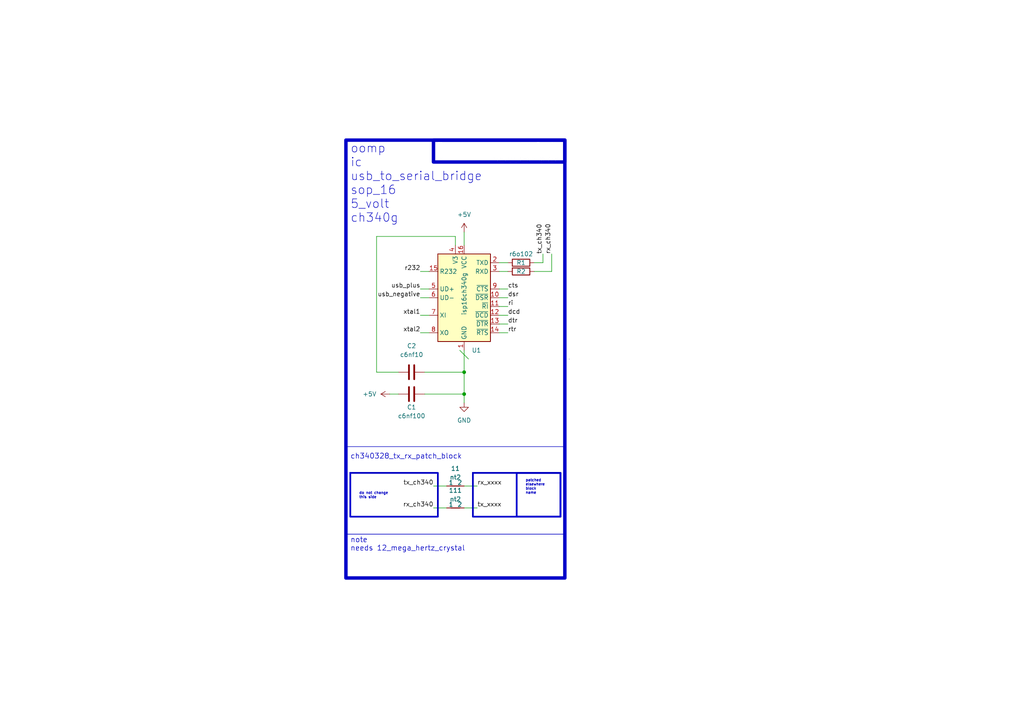
<source format=kicad_sch>
(kicad_sch (version 20230121) (generator eeschema)
  (paper "A4")
  (lib_symbols
    (symbol "oomlout_oomp_part_symbols:c6nf100_electronic_capacitor_0603_100_nano_farad" (pin_numbers hide) (pin_names (offset 0.254))
      (property "Reference" "C" (at 0.635 2.54 0))
      (property "Value" "c6nf100_electronic_capacitor_0603_100_nano_farad" (at 0.635 -2.54 0))
      (symbol "c6nf100_electronic_capacitor_0603_100_nano_farad_0_1"
        (polyline (pts (xy -2.032 -0.762) (xy 2.032 -0.762)) (stroke (width 0.508)))
        (polyline (pts (xy -2.032 0.762) (xy 2.032 0.762)) (stroke (width 0.508)))
      )
      (symbol "c6nf100_electronic_capacitor_0603_100_nano_farad_1_1"
        (pin passive line (at 0 3.81 270) (length 2.794) (name "~") (number "1"))
        (pin passive line (at 0 -3.81 90) (length 2.794) (name "~") (number "2"))
      )
    )
    (symbol "oomlout_oomp_part_symbols:c6nf10_electronic_capacitor_0603_10_nano_farad" (pin_numbers hide) (pin_names (offset 0.254))
      (property "Reference" "C" (at 0.635 2.54 0))
      (property "Value" "c6nf10_electronic_capacitor_0603_10_nano_farad" (at 0.635 -2.54 0))
      (symbol "c6nf10_electronic_capacitor_0603_10_nano_farad_0_1"
        (polyline (pts (xy -2.032 -0.762) (xy 2.032 -0.762)) (stroke (width 0.508)))
        (polyline (pts (xy -2.032 0.762) (xy 2.032 0.762)) (stroke (width 0.508)))
      )
      (symbol "c6nf10_electronic_capacitor_0603_10_nano_farad_1_1"
        (pin passive line (at 0 3.81 270) (length 2.794) (name "~") (number "1"))
        (pin passive line (at 0 -3.81 90) (length 2.794) (name "~") (number "2"))
      )
    )
    (symbol "oomlout_oomp_part_symbols:isp16ch340g_electronic_ic_sop_16_converter_usb_to_serial_converter_wch_ch340g"
      (property "Reference" "U" (at -5.08 13.97 0))
      (property "Value" "isp16ch340g_electronic_ic_sop_16_converter_usb_to_serial_converter_wch_ch340g" (at 1.27 13.97 0))
      (symbol "isp16ch340g_electronic_ic_sop_16_converter_usb_to_serial_converter_wch_ch340g_0_1"
        (rectangle (start -7.62 12.7) (end 7.62 -12.7) (stroke (width 0.254)) (fill (type background)))
      )
      (symbol "isp16ch340g_electronic_ic_sop_16_converter_usb_to_serial_converter_wch_ch340g_1_1"
        (pin power_in line (at 0 -15.24 90) (length 2.54) (name "GND") (number "1"))
        (pin input line (at 10.16 0 180) (length 2.54) (name "~{DSR}") (number "10"))
        (pin input line (at 10.16 -2.54 180) (length 2.54) (name "~{RI}") (number "11"))
        (pin input line (at 10.16 -5.08 180) (length 2.54) (name "~{DCD}") (number "12"))
        (pin output line (at 10.16 -7.62 180) (length 2.54) (name "~{DTR}") (number "13"))
        (pin output line (at 10.16 -10.16 180) (length 2.54) (name "~{RTS}") (number "14"))
        (pin input line (at -10.16 7.62 0) (length 2.54) (name "R232") (number "15"))
        (pin power_in line (at 0 15.24 270) (length 2.54) (name "VCC") (number "16"))
        (pin output line (at 10.16 10.16 180) (length 2.54) (name "TXD") (number "2"))
        (pin input line (at 10.16 7.62 180) (length 2.54) (name "RXD") (number "3"))
        (pin passive line (at -2.54 15.24 270) (length 2.54) (name "V3") (number "4"))
        (pin bidirectional line (at -10.16 2.54 0) (length 2.54) (name "UD+") (number "5"))
        (pin bidirectional line (at -10.16 0 0) (length 2.54) (name "UD-") (number "6"))
        (pin input line (at -10.16 -5.08 0) (length 2.54) (name "XI") (number "7"))
        (pin output line (at -10.16 -10.16 0) (length 2.54) (name "XO") (number "8"))
        (pin input line (at 10.16 2.54 180) (length 2.54) (name "~{CTS}") (number "9"))
      )
    )
    (symbol "oomlout_oomp_part_symbols:nt2_electronic_nettie_2_nets_smd" (pin_numbers hide) (pin_names (offset 0)) (in_bom no)
      (property "Value" "nt2_electronic_nettie_2_nets_smd" (at 0 -1.27 0))
      (symbol "nt2_electronic_nettie_2_nets_smd_0_1"
        (polyline (pts (xy -1.27 0) (xy 1.27 0)) (stroke (width 0.254)))
      )
      (symbol "nt2_electronic_nettie_2_nets_smd_1_1"
        (pin passive line (at -2.54 0 0) (length 2.54) (name "1") (number "1"))
        (pin passive line (at 2.54 0 180) (length 2.54) (name "2") (number "2"))
      )
    )
    (symbol "oomlout_oomp_part_symbols:r6o102_electronic_resistor_0603_1000_ohm" (pin_numbers hide) (pin_names (offset 0))
      (property "Reference" "R" (at 2.032 0 90))
      (property "Value" "r6o102_electronic_resistor_0603_1000_ohm" (at 0 0 90))
      (symbol "r6o102_electronic_resistor_0603_1000_ohm_0_1"
        (rectangle (start -1.016 -2.54) (end 1.016 2.54) (stroke (width 0.254)))
      )
      (symbol "r6o102_electronic_resistor_0603_1000_ohm_1_1"
        (pin passive line (at 0 3.81 270) (length 1.27) (name "~") (number "1"))
        (pin passive line (at 0 -3.81 90) (length 1.27) (name "~") (number "2"))
      )
    )
    (symbol "power:+5V" (power) (pin_names (offset 0))
      (property "Value" "+5V" (at 0 3.556 0))
      (symbol "+5V_0_1"
        (polyline (pts (xy -0.762 1.27) (xy 0 2.54)))
        (polyline (pts (xy 0 0) (xy 0 2.54)))
        (polyline (pts (xy 0 2.54) (xy 0.762 1.27)))
      )
      (symbol "+5V_1_1"
        (pin power_in line (at 0 0 90) (length 0) hide (name "+5V") (number "1"))
      )
    )
    (symbol "power:GND" (power) (pin_names (offset 0))
      (property "Value" "GND" (at 0 -3.81 0))
      (symbol "GND_0_1"
        (polyline (pts (xy 0 0) (xy 0 -1.27) (xy 1.27 -1.27) (xy 0 -2.54) (xy -1.27 -1.27) (xy 0 -1.27)))
      )
      (symbol "GND_1_1"
        (pin power_in line (at 0 0 270) (length 0) hide (name "GND") (number "1"))
      )
    )
  )
  (junction (at 134.62 114.3))
  (junction (at 134.62 107.95))
  (bus_entry (at 133.35 101.6) (size 2.54 2.54))
  (wire (pts (xy 123.19 114.3) (xy 134.62 114.3)))
  (wire (pts (xy 121.92 91.44) (xy 124.46 91.44)))
  (wire (pts (xy 157.48 76.2) (xy 157.48 73.66)))
  (wire (pts (xy 121.92 96.52) (xy 124.46 96.52)))
  (wire (pts (xy 154.94 76.2) (xy 157.48 76.2)))
  (wire (pts (xy 134.62 114.3) (xy 134.62 116.84)))
  (wire (pts (xy 134.62 140.97) (xy 138.43 140.97)))
  (wire (pts (xy 125.73 147.32) (xy 129.54 147.32)))
  (wire (pts (xy 144.78 96.52) (xy 147.32 96.52)))
  (wire (pts (xy 144.78 83.82) (xy 147.32 83.82)))
  (wire (pts (xy 109.22 107.95) (xy 115.57 107.95)))
  (wire (pts (xy 132.08 71.12) (xy 132.08 68.58)))
  (wire (pts (xy 134.62 101.6) (xy 134.62 107.95)))
  (wire (pts (xy 144.78 86.36) (xy 147.32 86.36)))
  (wire (pts (xy 160.02 78.74) (xy 160.02 73.66)))
  (wire (pts (xy 144.78 78.74) (xy 147.32 78.74)))
  (wire (pts (xy 144.78 88.9) (xy 147.32 88.9)))
  (wire (pts (xy 121.92 83.82) (xy 124.46 83.82)))
  (wire (pts (xy 125.73 140.97) (xy 129.54 140.97)))
  (wire (pts (xy 154.94 78.74) (xy 160.02 78.74)))
  (wire (pts (xy 144.78 91.44) (xy 147.32 91.44)))
  (wire (pts (xy 134.62 107.95) (xy 134.62 114.3)))
  (wire (pts (xy 134.62 147.32) (xy 138.43 147.32)))
  (wire (pts (xy 134.62 67.31) (xy 134.62 71.12)))
  (wire (pts (xy 132.08 68.58) (xy 109.22 68.58)))
  (wire (pts (xy 121.92 78.74) (xy 124.46 78.74)))
  (wire (pts (xy 144.78 93.98) (xy 147.32 93.98)))
  (wire (pts (xy 113.03 114.3) (xy 115.57 114.3)))
  (wire (pts (xy 121.92 86.36) (xy 124.46 86.36)))
  (wire (pts (xy 109.22 68.58) (xy 109.22 107.95)))
  (wire (pts (xy 144.78 76.2) (xy 147.32 76.2)))
  (wire (pts (xy 123.19 107.95) (xy 134.62 107.95)))
  (rectangle (start 137.16 137.16) (end 162.56 149.86) (stroke (width 0.5)))
  (rectangle (start 100.33 129.54) (end 163.83 154.94))
  (rectangle (start 125.73 40.64) (end 163.83 46.99) (stroke (width 1)) (fill (type color)))
  (rectangle (start 100.33 40.64) (end 163.83 167.64) (stroke (width 1)))
  (rectangle (start 165.1 104.14) (end 165.1 104.14))
  (rectangle (start 100.33 154.94) (end 163.83 167.64))
  (rectangle (start 101.6 137.16) (end 127 149.86) (stroke (width 0.5)))
  (rectangle (start 149.86 137.16) (end 162.56 149.86) (stroke (width 0.5)))
  (text "ch340328_tx_rx_patch_block" (at 101.6 133.35 0) (effects (font (size 1.5 1.5)) (justify left bottom)))
  (text "name" (at 128.27 46.99 90) (effects (font (size 1.27 1.27) (thickness 0.254) bold) (justify left bottom)))
  (text "patched \nelsewhere\nblock \nname\n" (at 152.4 143.51 0) (effects (font (size 0.75 0.75)) (justify left bottom)))
  (text "do not change\nthis side" (at 104.14 144.78 0) (effects (font (size 0.75 0.75)) (justify left bottom)))
  (text "ch340" (at 162.56 46.99 0) (effects (font (size 4 4) (thickness 0.8) bold) (justify right bottom)))
  (text "oomp\nic\nusb_to_serial_bridge\nsop_16\n5_volt\nch340g" (at 101.6 64.77 0) (effects (font (size 2.5 2.5)) (justify left bottom)))
  (text "note\nneeds 12_mega_hertz_crystal\n" (at 101.6 160.02 0) (effects (font (size 1.5 1.5)) (justify left bottom)))
  (label "rx_xxxx" (at 138.43 140.97 0))
  (label "dtr" (at 147.32 93.98 0))
  (label "rtr" (at 147.32 96.52 0))
  (label "dcd" (at 147.32 91.44 0))
  (label "cts" (at 147.32 83.82 0))
  (label "r232" (at 121.92 78.74 180))
  (label "usb_plus" (at 121.92 83.82 180))
  (label "rx_ch340" (at 125.73 147.32 180))
  (label "rx_ch340" (at 160.02 73.66 90))
  (label "dsr" (at 147.32 86.36 0))
  (label "xtal2" (at 121.92 96.52 180))
  (label "xtal1" (at 121.92 91.44 180))
  (label "tx_ch340" (at 125.73 140.97 180))
  (label "tx_ch340" (at 157.48 73.66 90))
  (label "tx_xxxx" (at 138.43 147.32 0))
  (label "usb_negative" (at 121.92 86.36 180))
  (label "ri" (at 147.32 88.9 0))
  (symbol (lib_id "oomlout_oomp_part_symbols:nt2_electronic_nettie_2_nets_smd") (at 132.08 147.32 0) (unit 1) (in_bom no)
    (property "Reference" "111" (at 132.08 142.24 0))
    (property "Value" "nt2" (at 132.08 144.78 0))
    (property "Footprint" "nt2_electronic_nettie_2_nets_smd" (effects hide))
    (property "Datasheet" "https://github.com/oomlout/oomlout_oomp_v3/parts/electronic_nettie_2_nets_smd/datasheet.pdf" (effects hide))
  )
  (symbol (lib_id "oomlout_oomp_part_symbols:r6o102_electronic_resistor_0603_1000_ohm") (at 151.13 78.74 90) (unit 1)
    (property "Reference" "R2" (at 151.13 78.74 90))
    (property "Value" "r6o102" (effects hide))
    (property "Footprint" "oomlout_oomp_part_footprints:r6o102_electronic_resistor_0603_1000_ohm" (effects hide))
    (property "Datasheet" "https://github.com/oomlout/oomlout_oomp_v3/parts/electronic_resistor_0603_1000_ohm/datasheet.pdf" (effects hide))
  )
  (symbol (lib_id "oomlout_oomp_part_symbols:isp16ch340g_electronic_ic_sop_16_converter_usb_to_serial_converter_wch_ch340g") (at 134.62 86.36 0) (unit 1)
    (property "Reference" "U1" (at 136.8141 101.6 0) (effects (justify left)))
    (property "Value" "isp16ch340g" (at 134.62 91.44 90) (effects (justify left)))
    (property "Footprint" "isp16ch340g_electronic_ic_sop_16_converter_usb_to_serial_converter_wch_ch340g" (effects hide))
    (property "Datasheet" "https://github.com/oomlout/oomlout_oomp_v3/parts/electronic_ic_sop_16_converter_usb_to_serial_converter_wch_ch340g/datasheet.pdf" (effects hide))
  )
  (symbol (lib_id "oomlout_oomp_part_symbols:nt2_electronic_nettie_2_nets_smd") (at 132.08 140.97 0) (unit 1) (in_bom no)
    (property "Reference" "11" (at 132.08 135.89 0))
    (property "Value" "nt2" (at 132.08 138.43 0))
    (property "Footprint" "nt2_electronic_nettie_2_nets_smd" (effects hide))
    (property "Datasheet" "https://github.com/oomlout/oomlout_oomp_v3/parts/electronic_nettie_2_nets_smd/datasheet.pdf" (effects hide))
  )
  (symbol (lib_id "power:+5V") (at 113.03 114.3 90) (unit 1)
    (property "Reference" "#PWR01" (effects hide))
    (property "Value" "+5V" (at 109.22 114.3 90) (effects (justify left)))
  )
  (symbol (lib_id "oomlout_oomp_part_symbols:r6o102_electronic_resistor_0603_1000_ohm") (at 151.13 76.2 90) (unit 1)
    (property "Reference" "R1" (at 151.13 76.2 90))
    (property "Value" "r6o102" (at 151.13 73.66 90))
    (property "Footprint" "oomlout_oomp_part_footprints:r6o102_electronic_resistor_0603_1000_ohm" (effects hide))
    (property "Datasheet" "https://github.com/oomlout/oomlout_oomp_v3/parts/electronic_resistor_0603_1000_ohm/datasheet.pdf" (effects hide))
  )
  (symbol (lib_id "power:GND") (at 134.62 116.84 0) (unit 1)
    (property "Reference" "#PWR02" (effects hide))
    (property "Value" "GND" (at 134.62 121.92 0))
  )
  (symbol (lib_id "oomlout_oomp_part_symbols:c6nf100_electronic_capacitor_0603_100_nano_farad") (at 119.38 114.3 90) (unit 1)
    (property "Reference" "C1" (at 119.38 118.11 90))
    (property "Value" "c6nf100" (at 119.38 120.65 90))
    (property "Footprint" "c6nf100_electronic_capacitor_0603_100_nano_farad" (effects hide))
    (property "Datasheet" "https://github.com/oomlout/oomlout_oomp_v3/parts/electronic_capacitor_0603_100_nano_farad/datasheet.pdf" (effects hide))
  )
  (symbol (lib_id "oomlout_oomp_part_symbols:c6nf10_electronic_capacitor_0603_10_nano_farad") (at 119.38 107.95 90) (unit 1)
    (property "Reference" "C2" (at 119.38 100.33 90))
    (property "Value" "c6nf10" (at 119.38 102.87 90))
    (property "Footprint" "c6nf10_electronic_capacitor_0603_10_nano_farad" (effects hide))
    (property "Datasheet" "https://github.com/oomlout/oomlout_oomp_v3/parts/electronic_capacitor_0603_10_nano_farad/datasheet.pdf" (effects hide))
  )
  (symbol (lib_id "power:+5V") (at 134.62 67.31 0) (unit 1)
    (property "Reference" "#PWR04" (effects hide))
    (property "Value" "+5V" (at 134.62 62.23 0))
  )
)
</source>
